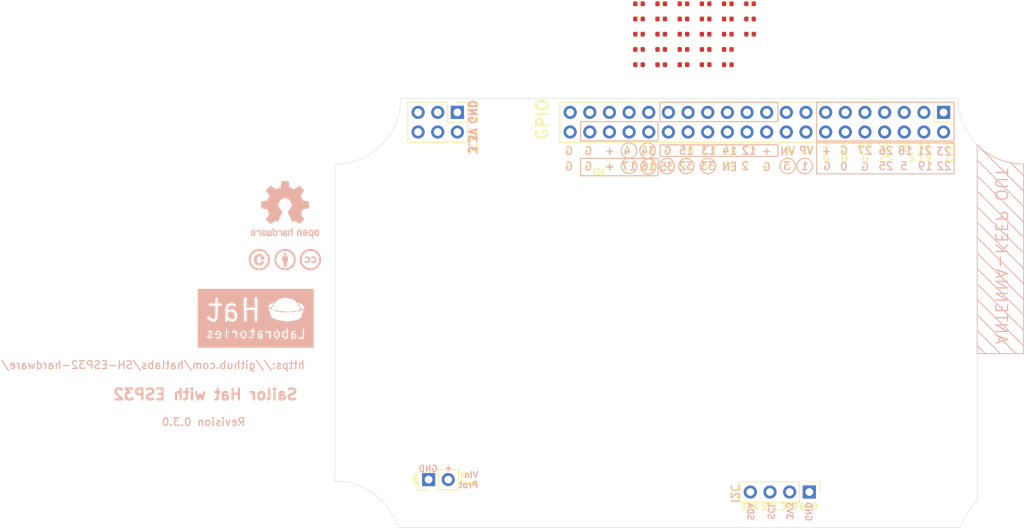
<source format=kicad_pcb>
(kicad_pcb (version 20171130) (host pcbnew "(5.1.8-0-10_14)")
  (title_block (title "Sailor Hat for ESP32") (date 2020-11-25) (rev 0.2.0) (company "Hat Laboratories") (comment 1 https://creativecommons.org/licenses/by-sa/4.0) (comment 2 "To view a copy of this license, visit ") (comment 3 "Sailor Hat for ESP32 is licensed under CC BY-SA 4.0."))
  (layers (0 F.Cu signal) (1 In1.Cu power) (2 In2.Cu power) (31 B.Cu signal) (34 B.Paste user hide) (35 F.Paste user hide) (36 B.SilkS user) (37 F.SilkS user hide) (38 B.Mask user hide) (39 F.Mask user hide) (44 Edge.Cuts user))
  (net 0 "")
  (net 1 GND)
  (net 2 +3V3)
  (module Connector_PinHeader_2.54mm:PinHeader_2x03_P2.54mm_Vertical (layer F.Cu) (at 104.82 58.8 270)
    (fp_text reference J305 hide)
    (fp_text value Power hide)
    (pad 6 thru_hole oval (at 2.54 5.08 270) (size 1.7 1.7) (drill 1) (layers *.Cu *.Mask) (net 2 +3V3))
    (pad 5 thru_hole oval (at 0 5.08 270) (size 1.7 1.7) (drill 1) (layers *.Cu *.Mask) (net 1 GND))
    (pad 4 thru_hole oval (at 2.54 2.54 270) (size 1.7 1.7) (drill 1) (layers *.Cu *.Mask) (net 2 +3V3))
    (pad 3 thru_hole oval (at 0 2.54 270) (size 1.7 1.7) (drill 1) (layers *.Cu *.Mask) (net 1 GND))
    (pad 2 thru_hole oval (at 2.54 0 270) (size 1.7 1.7) (drill 1) (layers *.Cu *.Mask) (net 2 +3V3))
    (pad 1 thru_hole rect (at 0 0 270) (size 1.7 1.7) (drill 1) (layers *.Cu *.Mask) (net 1 GND))
  )
  (module Connector_PinHeader_2.54mm:PinHeader_1x02_P2.54mm_Vertical (layer F.Cu) (at 101.1 106.3 90)
    (fp_text reference J304 hide)
    (fp_text value Conn_01x02 hide)
    (pad 2 thru_hole oval (at 0 2.54 90) (size 1.7 1.7) (drill 1) (layers *.Cu *.Mask))
    (pad 1 thru_hole rect (at 0 0 90) (size 1.7 1.7) (drill 1) (layers *.Cu *.Mask) (net 1 GND))
  )
  (module Connector_PinHeader_2.54mm:PinHeader_1x04_P2.54mm_Vertical (layer F.Cu) (at 150.3 107.91 270)
    (fp_text reference J303 hide)
    (fp_text value I2C hide)
    (pad 4 thru_hole oval (at 0 7.62 270) (size 1.7 1.7) (drill 1) (layers *.Cu *.Mask))
    (pad 3 thru_hole oval (at 0 5.08 270) (size 1.7 1.7) (drill 1) (layers *.Cu *.Mask))
    (pad 2 thru_hole oval (at 0 2.54 270) (size 1.7 1.7) (drill 1) (layers *.Cu *.Mask) (net 2 +3V3))
    (pad 1 thru_hole rect (at 0 0 270) (size 1.7 1.7) (drill 1) (layers *.Cu *.Mask) (net 1 GND))
  )
  (module Connector_PinHeader_2.54mm:PinHeader_2x20_P2.54mm_Vertical (layer F.Cu) (at 167.65 58.8 270)
    (fp_text reference J302 hide)
    (fp_text value GPIO hide)
    (pad 40 thru_hole oval (at 2.54 48.26 270) (size 1.7 1.7) (drill 1) (layers *.Cu *.Mask) (net 1 GND))
    (pad 39 thru_hole oval (at 0 48.26 270) (size 1.7 1.7) (drill 1) (layers *.Cu *.Mask) (net 1 GND))
    (pad 38 thru_hole oval (at 2.54 45.72 270) (size 1.7 1.7) (drill 1) (layers *.Cu *.Mask) (net 1 GND))
    (pad 37 thru_hole oval (at 0 45.72 270) (size 1.7 1.7) (drill 1) (layers *.Cu *.Mask) (net 1 GND))
    (pad 36 thru_hole oval (at 2.54 43.18 270) (size 1.7 1.7) (drill 1) (layers *.Cu *.Mask) (net 2 +3V3))
    (pad 35 thru_hole oval (at 0 43.18 270) (size 1.7 1.7) (drill 1) (layers *.Cu *.Mask) (net 2 +3V3))
    (pad 34 thru_hole oval (at 2.54 40.64 270) (size 1.7 1.7) (drill 1) (layers *.Cu *.Mask))
    (pad 33 thru_hole oval (at 0 40.64 270) (size 1.7 1.7) (drill 1) (layers *.Cu *.Mask))
    (pad 32 thru_hole oval (at 2.54 38.1 270) (size 1.7 1.7) (drill 1) (layers *.Cu *.Mask))
    (pad 31 thru_hole oval (at 0 38.1 270) (size 1.7 1.7) (drill 1) (layers *.Cu *.Mask))
    (pad 30 thru_hole oval (at 2.54 35.56 270) (size 1.7 1.7) (drill 1) (layers *.Cu *.Mask))
    (pad 29 thru_hole oval (at 0 35.56 270) (size 1.7 1.7) (drill 1) (layers *.Cu *.Mask) (net 1 GND))
    (pad 28 thru_hole oval (at 2.54 33.02 270) (size 1.7 1.7) (drill 1) (layers *.Cu *.Mask))
    (pad 27 thru_hole oval (at 0 33.02 270) (size 1.7 1.7) (drill 1) (layers *.Cu *.Mask))
    (pad 26 thru_hole oval (at 2.54 30.48 270) (size 1.7 1.7) (drill 1) (layers *.Cu *.Mask))
    (pad 25 thru_hole oval (at 0 30.48 270) (size 1.7 1.7) (drill 1) (layers *.Cu *.Mask))
    (pad 24 thru_hole oval (at 2.54 27.94 270) (size 1.7 1.7) (drill 1) (layers *.Cu *.Mask))
    (pad 23 thru_hole oval (at 0 27.94 270) (size 1.7 1.7) (drill 1) (layers *.Cu *.Mask))
    (pad 22 thru_hole oval (at 2.54 25.4 270) (size 1.7 1.7) (drill 1) (layers *.Cu *.Mask))
    (pad 21 thru_hole oval (at 0 25.4 270) (size 1.7 1.7) (drill 1) (layers *.Cu *.Mask))
    (pad 20 thru_hole oval (at 2.54 22.86 270) (size 1.7 1.7) (drill 1) (layers *.Cu *.Mask) (net 1 GND))
    (pad 19 thru_hole oval (at 0 22.86 270) (size 1.7 1.7) (drill 1) (layers *.Cu *.Mask) (net 2 +3V3))
    (pad 18 thru_hole oval (at 2.54 20.32 270) (size 1.7 1.7) (drill 1) (layers *.Cu *.Mask))
    (pad 17 thru_hole oval (at 0 20.32 270) (size 1.7 1.7) (drill 1) (layers *.Cu *.Mask))
    (pad 16 thru_hole oval (at 2.54 17.78 270) (size 1.7 1.7) (drill 1) (layers *.Cu *.Mask))
    (pad 15 thru_hole oval (at 0 17.78 270) (size 1.7 1.7) (drill 1) (layers *.Cu *.Mask))
    (pad 14 thru_hole oval (at 2.54 15.24 270) (size 1.7 1.7) (drill 1) (layers *.Cu *.Mask) (net 1 GND))
    (pad 13 thru_hole oval (at 0 15.24 270) (size 1.7 1.7) (drill 1) (layers *.Cu *.Mask) (net 2 +3V3))
    (pad 12 thru_hole oval (at 2.54 12.7 270) (size 1.7 1.7) (drill 1) (layers *.Cu *.Mask))
    (pad 11 thru_hole oval (at 0 12.7 270) (size 1.7 1.7) (drill 1) (layers *.Cu *.Mask) (net 1 GND))
    (pad 10 thru_hole oval (at 2.54 10.16 270) (size 1.7 1.7) (drill 1) (layers *.Cu *.Mask) (net 1 GND))
    (pad 9 thru_hole oval (at 0 10.16 270) (size 1.7 1.7) (drill 1) (layers *.Cu *.Mask))
    (pad 8 thru_hole oval (at 2.54 7.62 270) (size 1.7 1.7) (drill 1) (layers *.Cu *.Mask))
    (pad 7 thru_hole oval (at 0 7.62 270) (size 1.7 1.7) (drill 1) (layers *.Cu *.Mask))
    (pad 6 thru_hole oval (at 2.54 5.08 270) (size 1.7 1.7) (drill 1) (layers *.Cu *.Mask))
    (pad 5 thru_hole oval (at 0 5.08 270) (size 1.7 1.7) (drill 1) (layers *.Cu *.Mask))
    (pad 4 thru_hole oval (at 2.54 2.54 270) (size 1.7 1.7) (drill 1) (layers *.Cu *.Mask))
    (pad 3 thru_hole oval (at 0 2.54 270) (size 1.7 1.7) (drill 1) (layers *.Cu *.Mask))
    (pad 2 thru_hole oval (at 2.54 0 270) (size 1.7 1.7) (drill 1) (layers *.Cu *.Mask))
    (pad 1 thru_hole rect (at 0 0 270) (size 1.7 1.7) (drill 1) (layers *.Cu *.Mask))
  )
  (module Capacitor_SMD:C_0402_1005Metric (layer F.Cu) (at 142.64 46.72)
    (fp_text reference C1028 hide)
    (fp_text value 100nF hide)
    (pad 2 smd roundrect (at 0.48 0) (size 0.56 0.62) (layers F.Cu F.Paste F.Mask) (net 2 +3V3))
    (pad 1 smd roundrect (at -0.48 0) (size 0.56 0.62) (layers F.Cu F.Paste F.Mask) (net 1 GND))
  )
  (module Capacitor_SMD:C_0402_1005Metric (layer F.Cu) (at 139.77 48.69)
    (fp_text reference C1027 hide)
    (fp_text value 100nF hide)
    (pad 2 smd roundrect (at 0.48 0) (size 0.56 0.62) (layers F.Cu F.Paste F.Mask) (net 2 +3V3))
    (pad 1 smd roundrect (at -0.48 0) (size 0.56 0.62) (layers F.Cu F.Paste F.Mask) (net 1 GND))
  )
  (module Capacitor_SMD:C_0402_1005Metric (layer F.Cu) (at 136.9 50.66)
    (fp_text reference C1026 hide)
    (fp_text value 100nF hide)
    (pad 2 smd roundrect (at 0.48 0) (size 0.56 0.62) (layers F.Cu F.Paste F.Mask) (net 2 +3V3))
    (pad 1 smd roundrect (at -0.48 0) (size 0.56 0.62) (layers F.Cu F.Paste F.Mask) (net 1 GND))
  )
  (module Capacitor_SMD:C_0402_1005Metric (layer F.Cu) (at 134.03 52.63)
    (fp_text reference C1025 hide)
    (fp_text value 100nF hide)
    (pad 2 smd roundrect (at 0.48 0) (size 0.56 0.62) (layers F.Cu F.Paste F.Mask) (net 2 +3V3))
    (pad 1 smd roundrect (at -0.48 0) (size 0.56 0.62) (layers F.Cu F.Paste F.Mask) (net 1 GND))
  )
  (module Capacitor_SMD:C_0402_1005Metric (layer F.Cu) (at 142.64 44.75)
    (fp_text reference C1024 hide)
    (fp_text value 100nF hide)
    (pad 2 smd roundrect (at 0.48 0) (size 0.56 0.62) (layers F.Cu F.Paste F.Mask) (net 2 +3V3))
    (pad 1 smd roundrect (at -0.48 0) (size 0.56 0.62) (layers F.Cu F.Paste F.Mask) (net 1 GND))
  )
  (module Capacitor_SMD:C_0402_1005Metric (layer F.Cu) (at 139.77 46.72)
    (fp_text reference C1023 hide)
    (fp_text value 100nF hide)
    (pad 2 smd roundrect (at 0.48 0) (size 0.56 0.62) (layers F.Cu F.Paste F.Mask) (net 2 +3V3))
    (pad 1 smd roundrect (at -0.48 0) (size 0.56 0.62) (layers F.Cu F.Paste F.Mask) (net 1 GND))
  )
  (module Capacitor_SMD:C_0402_1005Metric (layer F.Cu) (at 136.9 48.69)
    (fp_text reference C1022 hide)
    (fp_text value 100nF hide)
    (pad 2 smd roundrect (at 0.48 0) (size 0.56 0.62) (layers F.Cu F.Paste F.Mask) (net 2 +3V3))
    (pad 1 smd roundrect (at -0.48 0) (size 0.56 0.62) (layers F.Cu F.Paste F.Mask) (net 1 GND))
  )
  (module Capacitor_SMD:C_0402_1005Metric (layer F.Cu) (at 134.03 50.66)
    (fp_text reference C1021 hide)
    (fp_text value 100nF hide)
    (pad 2 smd roundrect (at 0.48 0) (size 0.56 0.62) (layers F.Cu F.Paste F.Mask) (net 2 +3V3))
    (pad 1 smd roundrect (at -0.48 0) (size 0.56 0.62) (layers F.Cu F.Paste F.Mask) (net 1 GND))
  )
  (module Capacitor_SMD:C_0402_1005Metric (layer F.Cu) (at 131.16 52.63)
    (fp_text reference C1020 hide)
    (fp_text value 100nF hide)
    (pad 2 smd roundrect (at 0.48 0) (size 0.56 0.62) (layers F.Cu F.Paste F.Mask) (net 2 +3V3))
    (pad 1 smd roundrect (at -0.48 0) (size 0.56 0.62) (layers F.Cu F.Paste F.Mask) (net 1 GND))
  )
  (module Capacitor_SMD:C_0402_1005Metric (layer F.Cu) (at 139.77 44.75)
    (fp_text reference C1019 hide)
    (fp_text value 100nF hide)
    (pad 2 smd roundrect (at 0.48 0) (size 0.56 0.62) (layers F.Cu F.Paste F.Mask) (net 2 +3V3))
    (pad 1 smd roundrect (at -0.48 0) (size 0.56 0.62) (layers F.Cu F.Paste F.Mask) (net 1 GND))
  )
  (module Capacitor_SMD:C_0402_1005Metric (layer F.Cu) (at 136.9 46.72)
    (fp_text reference C1018 hide)
    (fp_text value 100nF hide)
    (pad 2 smd roundrect (at 0.48 0) (size 0.56 0.62) (layers F.Cu F.Paste F.Mask) (net 2 +3V3))
    (pad 1 smd roundrect (at -0.48 0) (size 0.56 0.62) (layers F.Cu F.Paste F.Mask) (net 1 GND))
  )
  (module Capacitor_SMD:C_0402_1005Metric (layer F.Cu) (at 139.77 52.63)
    (fp_text reference C1017 hide)
    (fp_text value 100nF hide)
    (pad 2 smd roundrect (at 0.48 0) (size 0.56 0.62) (layers F.Cu F.Paste F.Mask) (net 2 +3V3))
    (pad 1 smd roundrect (at -0.48 0) (size 0.56 0.62) (layers F.Cu F.Paste F.Mask) (net 1 GND))
  )
  (module Capacitor_SMD:C_0402_1005Metric (layer F.Cu) (at 131.16 50.66)
    (fp_text reference C1016 hide)
    (fp_text value 100nF hide)
    (pad 2 smd roundrect (at 0.48 0) (size 0.56 0.62) (layers F.Cu F.Paste F.Mask) (net 2 +3V3))
    (pad 1 smd roundrect (at -0.48 0) (size 0.56 0.62) (layers F.Cu F.Paste F.Mask) (net 1 GND))
  )
  (module Capacitor_SMD:C_0402_1005Metric (layer F.Cu) (at 128.29 52.63)
    (fp_text reference C1015 hide)
    (fp_text value 100nF hide)
    (pad 2 smd roundrect (at 0.48 0) (size 0.56 0.62) (layers F.Cu F.Paste F.Mask) (net 2 +3V3))
    (pad 1 smd roundrect (at -0.48 0) (size 0.56 0.62) (layers F.Cu F.Paste F.Mask) (net 1 GND))
  )
  (module Capacitor_SMD:C_0402_1005Metric (layer F.Cu) (at 136.9 44.75)
    (fp_text reference C1014 hide)
    (fp_text value 100nF hide)
    (pad 2 smd roundrect (at 0.48 0) (size 0.56 0.62) (layers F.Cu F.Paste F.Mask) (net 2 +3V3))
    (pad 1 smd roundrect (at -0.48 0) (size 0.56 0.62) (layers F.Cu F.Paste F.Mask) (net 1 GND))
  )
  (module Capacitor_SMD:C_0402_1005Metric (layer F.Cu) (at 134.03 46.72)
    (fp_text reference C1013 hide)
    (fp_text value 100nF hide)
    (pad 2 smd roundrect (at 0.48 0) (size 0.56 0.62) (layers F.Cu F.Paste F.Mask) (net 2 +3V3))
    (pad 1 smd roundrect (at -0.48 0) (size 0.56 0.62) (layers F.Cu F.Paste F.Mask) (net 1 GND))
  )
  (module Capacitor_SMD:C_0402_1005Metric (layer F.Cu) (at 131.16 48.69)
    (fp_text reference C1012 hide)
    (fp_text value 100nF hide)
    (pad 2 smd roundrect (at 0.48 0) (size 0.56 0.62) (layers F.Cu F.Paste F.Mask) (net 2 +3V3))
    (pad 1 smd roundrect (at -0.48 0) (size 0.56 0.62) (layers F.Cu F.Paste F.Mask) (net 1 GND))
  )
  (module Capacitor_SMD:C_0402_1005Metric (layer F.Cu) (at 128.29 50.66)
    (fp_text reference C1011 hide)
    (fp_text value 100nF hide)
    (pad 2 smd roundrect (at 0.48 0) (size 0.56 0.62) (layers F.Cu F.Paste F.Mask) (net 2 +3V3))
    (pad 1 smd roundrect (at -0.48 0) (size 0.56 0.62) (layers F.Cu F.Paste F.Mask) (net 1 GND))
  )
  (module Capacitor_SMD:C_0402_1005Metric (layer F.Cu) (at 134.03 44.75)
    (fp_text reference C1010 hide)
    (fp_text value 100nF hide)
    (pad 2 smd roundrect (at 0.48 0) (size 0.56 0.62) (layers F.Cu F.Paste F.Mask) (net 2 +3V3))
    (pad 1 smd roundrect (at -0.48 0) (size 0.56 0.62) (layers F.Cu F.Paste F.Mask) (net 1 GND))
  )
  (module Capacitor_SMD:C_0402_1005Metric (layer F.Cu) (at 131.16 46.72)
    (fp_text reference C1009 hide)
    (fp_text value 100nF hide)
    (pad 2 smd roundrect (at 0.48 0) (size 0.56 0.62) (layers F.Cu F.Paste F.Mask) (net 2 +3V3))
    (pad 1 smd roundrect (at -0.48 0) (size 0.56 0.62) (layers F.Cu F.Paste F.Mask) (net 1 GND))
  )
  (module Capacitor_SMD:C_0402_1005Metric (layer F.Cu) (at 128.29 48.69)
    (fp_text reference C1008 hide)
    (fp_text value 100nF hide)
    (pad 2 smd roundrect (at 0.48 0) (size 0.56 0.62) (layers F.Cu F.Paste F.Mask) (net 2 +3V3))
    (pad 1 smd roundrect (at -0.48 0) (size 0.56 0.62) (layers F.Cu F.Paste F.Mask) (net 1 GND))
  )
  (module Capacitor_SMD:C_0402_1005Metric (layer F.Cu) (at 131.16 44.75)
    (fp_text reference C1007 hide)
    (fp_text value 100nF hide)
    (pad 2 smd roundrect (at 0.48 0) (size 0.56 0.62) (layers F.Cu F.Paste F.Mask) (net 2 +3V3))
    (pad 1 smd roundrect (at -0.48 0) (size 0.56 0.62) (layers F.Cu F.Paste F.Mask) (net 1 GND))
  )
  (module Capacitor_SMD:C_0402_1005Metric (layer F.Cu) (at 128.29 46.72)
    (fp_text reference C1006 hide)
    (fp_text value 100nF hide)
    (pad 2 smd roundrect (at 0.48 0) (size 0.56 0.62) (layers F.Cu F.Paste F.Mask) (net 2 +3V3))
    (pad 1 smd roundrect (at -0.48 0) (size 0.56 0.62) (layers F.Cu F.Paste F.Mask) (net 1 GND))
  )
  (module Capacitor_SMD:C_0402_1005Metric (layer F.Cu) (at 128.29 44.75)
    (fp_text reference C1005 hide)
    (fp_text value 100nF hide)
    (pad 2 smd roundrect (at 0.48 0) (size 0.56 0.62) (layers F.Cu F.Paste F.Mask) (net 2 +3V3))
    (pad 1 smd roundrect (at -0.48 0) (size 0.56 0.62) (layers F.Cu F.Paste F.Mask) (net 1 GND))
  )
  (module Capacitor_SMD:C_0402_1005Metric (layer F.Cu) (at 136.9 52.63)
    (fp_text reference C1004 hide)
    (fp_text value 100nF hide)
    (pad 2 smd roundrect (at 0.48 0) (size 0.56 0.62) (layers F.Cu F.Paste F.Mask) (net 2 +3V3))
    (pad 1 smd roundrect (at -0.48 0) (size 0.56 0.62) (layers F.Cu F.Paste F.Mask) (net 1 GND))
  )
  (module Capacitor_SMD:C_0402_1005Metric (layer F.Cu) (at 139.77 50.66)
    (fp_text reference C1003 hide)
    (fp_text value 100nF hide)
    (pad 2 smd roundrect (at 0.48 0) (size 0.56 0.62) (layers F.Cu F.Paste F.Mask) (net 2 +3V3))
    (pad 1 smd roundrect (at -0.48 0) (size 0.56 0.62) (layers F.Cu F.Paste F.Mask) (net 1 GND))
  )
  (module Capacitor_SMD:C_0402_1005Metric (layer F.Cu) (at 142.64 48.69)
    (fp_text reference C1002 hide)
    (fp_text value 100nF hide)
    (pad 2 smd roundrect (at 0.48 0) (size 0.56 0.62) (layers F.Cu F.Paste F.Mask) (net 2 +3V3))
    (pad 1 smd roundrect (at -0.48 0) (size 0.56 0.62) (layers F.Cu F.Paste F.Mask) (net 1 GND))
  )
  (module Capacitor_SMD:C_0402_1005Metric (layer F.Cu) (at 134.03 48.69)
    (fp_text reference C1001 hide)
    (fp_text value 100nF hide)
    (pad 2 smd roundrect (at 0.48 0) (size 0.56 0.62) (layers F.Cu F.Paste F.Mask) (net 2 +3V3))
    (pad 1 smd roundrect (at -0.48 0) (size 0.56 0.62) (layers F.Cu F.Paste F.Mask) (net 1 GND))
  )
  (module SH-ESP32:MountingSlot_3.2mm_M3_Unplated (layer F.Cu) (at 156.25 108.5 135)
    (fp_text reference H1002 hide)
    (fp_text value MountingHole hide)
    (pad "" np_thru_hole oval (at 0 0 135) (size 4.8 3.2) (drill oval 4.8 3.2) (layers *.Cu *.Mask) (clearance 1.6))
  )
  (module SH-ESP32:MountingSlot_3.2mm_M3_Unplated (layer F.Cu) (at 111.75 63.5 135)
    (fp_text reference H1001 hide)
    (fp_text value MountingHole hide)
    (pad "" np_thru_hole oval (at 0 0 135) (size 4.8 3.2) (drill oval 4.8 3.2) (layers *.Cu *.Mask) (clearance 1.6))
  )
  (module SH-ESP32:Hatlabs-logo-15mm (layer B.Cu) (at 78.76 85.42 180)
    (fp_text reference G*** hide)
    (fp_text value LOGO hide)
  )
  (module Symbol:OSHW-Logo2_9.8x8mm_SilkScreen (layer B.Cu) (at 82.55 71.39 180)
    (fp_text reference REF** hide)
    (fp_text value OSHW-Logo2_9.8x8mm_SilkScreen hide)
  )
  (module SH-ESP32:cc-by-sa-10mm (layer B.Cu) (at 82.55 77.89 180)
    (fp_text reference G*** hide)
    (fp_text value LOGO hide)
  )
  (gr_line (start 169.5 112.5) (end 169.891355 112.500024) (layer Edge.Cuts) (width 0.05))
  (gr_line (start 97.5 112.5) (end 97.12 112.5) (layer Edge.Cuts) (width 0.05))
  (gr_line (start 169.5 112.5) (end 97.5 112.5) (layer Edge.Cuts) (width 0.05))
  (gr_text GND (at 99.4 106.25 90) (layer F.SilkS) (effects (font (size 0.5 0.5) (thickness 0.125))))
  (gr_text I2C (at 123.2 66.5) (layer F.SilkS) (effects (font (size 0.7 0.7) (thickness 0.16))))
  (gr_text + (at 103.65 104.8) (layer B.SilkS) (effects (font (size 0.7 0.7) (thickness 0.16))))
  (gr_text I2C (at 140.7 108.1 270) (layer B.SilkS) (effects (font (size 1 1) (thickness 0.16)) (justify mirror)))
  (gr_line (start 172 90.3) (end 172 109) (layer Edge.Cuts) (width 0.05))
  (gr_line (start 172 90.3) (end 172 63.02) (layer Edge.Cuts) (width 0.05))
  (gr_line (start 130.75 64.75) (end 120.75 64.75) (layer F.SilkS) (width 0.12))
  (gr_line (start 130.75 67) (end 130.75 64.75) (layer F.SilkS) (width 0.12))
  (gr_line (start 120.75 67) (end 130.75 67) (layer F.SilkS) (width 0.12))
  (gr_line (start 120.75 64.75) (end 120.75 67) (layer F.SilkS) (width 0.12))
  (gr_line (start 131 64.5) (end 131 63) (layer F.SilkS) (width 0.12))
  (gr_line (start 146.25 64.5) (end 131 64.5) (layer F.SilkS) (width 0.12))
  (gr_line (start 146.25 63) (end 146.25 64.5) (layer F.SilkS) (width 0.12))
  (gr_line (start 131 63) (end 146.25 63) (layer F.SilkS) (width 0.12))
  (gr_line (start 169 62.75) (end 151.25 62.75) (layer F.SilkS) (width 0.12))
  (gr_line (start 151.25 62.75) (end 151.25 66.75) (layer F.SilkS) (width 0.12))
  (gr_line (start 169 57.5) (end 151.25 57.5) (layer F.SilkS) (width 0.12))
  (gr_line (start 169 62.5) (end 169 57.5) (layer F.SilkS) (width 0.12))
  (gr_line (start 151.25 62.5) (end 169 62.5) (layer F.SilkS) (width 0.12))
  (gr_line (start 151.25 57.5) (end 151.25 62.5) (layer F.SilkS) (width 0.12))
  (gr_line (start 146.25 60) (end 131 60) (layer F.SilkS) (width 0.12))
  (gr_line (start 146.25 57.5) (end 146.25 60) (layer F.SilkS) (width 0.12))
  (gr_line (start 131 57.5) (end 146.25 57.5) (layer F.SilkS) (width 0.12))
  (gr_line (start 131 60) (end 131 57.5) (layer F.SilkS) (width 0.12))
  (gr_line (start 120.75 62.5) (end 120.75 60) (layer F.SilkS) (width 0.12))
  (gr_line (start 130.75 62.5) (end 120.75 62.5) (layer F.SilkS) (width 0.12))
  (gr_line (start 130.75 60) (end 130.75 62.5) (layer F.SilkS) (width 0.12))
  (gr_line (start 120.75 60) (end 130.75 60) (layer F.SilkS) (width 0.12))
  (gr_line (start 169 62.5) (end 151.25 62.5) (layer B.SilkS) (width 0.12))
  (gr_line (start 169 57.5) (end 169 62.5) (layer B.SilkS) (width 0.12))
  (gr_line (start 151.25 57.5) (end 169 57.5) (layer B.SilkS) (width 0.12))
  (gr_line (start 151.25 62.5) (end 151.25 57.5) (layer B.SilkS) (width 0.12))
  (gr_line (start 131 57.5) (end 131 60) (layer B.SilkS) (width 0.12))
  (gr_line (start 146.25 57.5) (end 131 57.5) (layer B.SilkS) (width 0.12))
  (gr_line (start 146.25 60) (end 146.25 57.5) (layer B.SilkS) (width 0.12))
  (gr_line (start 131 60) (end 146.25 60) (layer B.SilkS) (width 0.12))
  (gr_line (start 130.75 60) (end 120.75 60) (layer B.SilkS) (width 0.12))
  (gr_line (start 130.75 62.5) (end 130.75 60) (layer B.SilkS) (width 0.12))
  (gr_line (start 120.75 62.5) (end 130.75 62.5) (layer B.SilkS) (width 0.12))
  (gr_line (start 120.75 60) (end 120.75 62.5) (layer B.SilkS) (width 0.12))
  (gr_line (start 120.75 67) (end 120.75 64.75) (layer B.SilkS) (width 0.12))
  (gr_line (start 130.75 67) (end 120.75 67) (layer B.SilkS) (width 0.12))
  (gr_line (start 130.75 64.75) (end 130.75 67) (layer B.SilkS) (width 0.12))
  (gr_line (start 120.75 64.75) (end 130.75 64.75) (layer B.SilkS) (width 0.12))
  (gr_line (start 169 62.75) (end 151.25 62.75) (layer B.SilkS) (width 0.12))
  (gr_line (start 169 66.75) (end 169 62.75) (layer B.SilkS) (width 0.12))
  (gr_line (start 151.25 66.75) (end 169 66.75) (layer B.SilkS) (width 0.12))
  (gr_line (start 151.25 62.75) (end 151.25 66.75) (layer B.SilkS) (width 0.12))
  (gr_line (start 131 63) (end 131 64.5) (layer B.SilkS) (width 0.12))
  (gr_line (start 146.25 63) (end 131 63) (layer B.SilkS) (width 0.12))
  (gr_line (start 146.25 64.5) (end 146.25 63) (layer B.SilkS) (width 0.12))
  (gr_line (start 131 64.5) (end 146.25 64.5) (layer B.SilkS) (width 0.12))
  (gr_text G (at 157.5 65.85) (layer B.SilkS) (effects (font (size 1 1) (thickness 0.16)) (justify mirror)))
  (gr_text G (at 132 63.75) (layer B.SilkS) (effects (font (size 1 1) (thickness 0.16)) (justify mirror)))
  (gr_text G (at 154.8 63.75) (layer B.SilkS) (effects (font (size 1 1) (thickness 0.16)) (justify mirror)))
  (gr_text G (at 152.6 65.75) (layer B.SilkS) (effects (font (size 1 1) (thickness 0.16)) (justify mirror)))
  (gr_text G (at 144.8 65.85) (layer B.SilkS) (effects (font (size 1 1) (thickness 0.16)) (justify mirror)))
  (gr_text + (at 144.8 63.8) (layer B.SilkS) (effects (font (size 1 1) (thickness 0.16)) (justify mirror)))
  (gr_circle (center 127 63.75) (end 128 63.75) (layer B.SilkS) (width 0.12))
  (gr_circle (center 129.4 63.75) (end 130.4 63.75) (layer B.SilkS) (width 0.12))
  (gr_circle (center 129.5 65.85) (end 130.5 65.85) (layer B.SilkS) (width 0.12))
  (gr_circle (center 127 65.75) (end 128 65.75) (layer B.SilkS) (width 0.12))
  (gr_text + (at 124.5 65.8) (layer B.SilkS) (effects (font (size 1 1) (thickness 0.16)) (justify mirror)))
  (gr_text + (at 124.5 63.8) (layer B.SilkS) (effects (font (size 1 1) (thickness 0.16)) (justify mirror)))
  (gr_text G (at 119.25 63.8) (layer B.SilkS) (effects (font (size 1 1) (thickness 0.16)) (justify mirror)))
  (gr_text G (at 121.75 63.8) (layer B.SilkS) (effects (font (size 1 1) (thickness 0.16)) (justify mirror)))
  (gr_text + (at 152.5 63.8) (layer B.SilkS) (effects (font (size 1 1) (thickness 0.16)) (justify mirror)))
  (gr_text G (at 119.25 65.8) (layer B.SilkS) (effects (font (size 1 1) (thickness 0.16)) (justify mirror)))
  (gr_text 4 (at 126.75 63.8) (layer B.SilkS) (effects (font (size 1 1) (thickness 0.16)) (justify mirror)))
  (gr_text 34 (at 129.5 63.8) (layer B.SilkS) (effects (font (size 1 1) (thickness 0.16)) (justify mirror)))
  (gr_text 17 (at 127 65.8) (layer B.SilkS) (effects (font (size 1 1) (thickness 0.16)) (justify mirror)))
  (gr_text 16 (at 129.5 65.8) (layer B.SilkS) (effects (font (size 1 1) (thickness 0.16)) (justify mirror)))
  (gr_text G (at 121.75 65.8) (layer B.SilkS) (effects (font (size 1 1) (thickness 0.16)) (justify mirror)))
  (gr_text 0 (at 154.75 65.8) (layer B.SilkS) (effects (font (size 1 1) (thickness 0.16)) (justify mirror)))
  (gr_text G (at 132 63.75) (layer F.SilkS) (effects (font (size 1 1) (thickness 0.16))))
  (gr_text G (at 154.75 63.5) (layer F.SilkS) (effects (font (size 1 1) (thickness 0.16))))
  (gr_text + (at 152.5 63.25) (layer F.SilkS) (effects (font (size 1 1) (thickness 0.16))))
  (gr_text + (at 144.75 63.75) (layer F.SilkS) (effects (font (size 1 1) (thickness 0.16))))
  (gr_text + (at 124.5 63.75) (layer F.SilkS) (effects (font (size 1 1) (thickness 0.16))))
  (gr_text + (at 124.5 65.75) (layer F.SilkS) (effects (font (size 1 1) (thickness 0.16))))
  (gr_text G (at 119.25 65.75) (layer F.SilkS) (effects (font (size 1 1) (thickness 0.16))))
  (gr_text G (at 119.25 63.75) (layer F.SilkS) (effects (font (size 1 1) (thickness 0.16))))
  (gr_text G (at 121.75 65.75) (layer F.SilkS) (effects (font (size 1 1) (thickness 0.16))))
  (gr_text G (at 121.75 63.75) (layer F.SilkS) (effects (font (size 1 1) (thickness 0.16))))
  (gr_text G (at 157.55 64.75) (layer F.SilkS) (effects (font (size 1 1) (thickness 0.16))))
  (gr_text G (at 152.5 64.6) (layer F.SilkS) (effects (font (size 1 1) (thickness 0.16))))
  (gr_text G (at 144.75 65.75) (layer F.SilkS) (effects (font (size 1 1) (thickness 0.16))))
  (gr_text 3 (at 147.5 65.75) (layer F.SilkS) (effects (font (size 1 1) (thickness 0.16))))
  (gr_text 1 (at 149.75 65.75) (layer F.SilkS) (effects (font (size 1 1) (thickness 0.16))))
  (gr_text 0 (at 154.85 64.75) (layer F.SilkS) (effects (font (size 1 1) (thickness 0.16))))
  (gr_arc (start 178 115) (end 172 109) (angle -27.86494885) (layer Edge.Cuts) (width 0.05))
  (gr_arc (start 89 115) (end 97.12 112.5) (angle -72.88735484) (layer Edge.Cuts) (width 0.05))
  (gr_arc (start 178 57) (end 169.5 57) (angle -45.1) (layer Edge.Cuts) (width 0.05))
  (gr_arc (start 89 57) (end 89 65.5) (angle -90) (layer Edge.Cuts) (width 0.05))
  (gr_text "GND\n" (at 101.05 104.9) (layer B.SilkS) (effects (font (size 0.8 0.8) (thickness 0.16)) (justify mirror)))
  (gr_text "VIn\nProt\n" (at 107.6 106.35) (layer B.SilkS) (effects (font (size 0.8 0.8) (thickness 0.16)) (justify left mirror)))
  (gr_text GND (at 150.2 110.45 270) (layer B.SilkS) (effects (font (size 0.8 0.8) (thickness 0.16)) (justify mirror)))
  (gr_text 3V3 (at 147.75 110.35 270) (layer B.SilkS) (effects (font (size 0.8 0.8) (thickness 0.16)) (justify mirror)))
  (gr_text SDA (at 142.7 110.45 270) (layer B.SilkS) (effects (font (size 0.8 0.8) (thickness 0.16)) (justify mirror)))
  (gr_text SCL (at 145.35 110.35 270) (layer B.SilkS) (effects (font (size 0.8 0.8) (thickness 0.16)) (justify mirror)))
  (gr_arc (start 178 57) (end 172 63) (angle -45) (layer B.SilkS) (width 0.1))
  (gr_text "ANTENNA-KEEP OUT" (at 175.1 77.4 270) (layer B.SilkS) (effects (font (size 1.5 1.5) (thickness 0.16)) (justify mirror)))
  (gr_line (start 172 89) (end 173 90) (layer B.SilkS) (width 0.12))
  (gr_line (start 172 87) (end 175 90) (layer B.SilkS) (width 0.12))
  (gr_line (start 172 85) (end 177 90) (layer B.SilkS) (width 0.12))
  (gr_line (start 172 83) (end 178 89) (layer B.SilkS) (width 0.12))
  (gr_line (start 172 81) (end 178 87) (layer B.SilkS) (width 0.12))
  (gr_line (start 172 79) (end 178 85) (layer B.SilkS) (width 0.12))
  (gr_line (start 172 77) (end 178 83) (layer B.SilkS) (width 0.12))
  (gr_line (start 172 75) (end 178 81) (layer B.SilkS) (width 0.12))
  (gr_line (start 172 73) (end 178 79) (layer B.SilkS) (width 0.12))
  (gr_line (start 172 71) (end 178 77) (layer B.SilkS) (width 0.12))
  (gr_line (start 172 69) (end 178 75) (layer B.SilkS) (width 0.12))
  (gr_line (start 172 67) (end 178 73) (layer B.SilkS) (width 0.12))
  (gr_line (start 172 65) (end 178 71) (layer B.SilkS) (width 0.12))
  (gr_line (start 172 63) (end 178 69) (layer B.SilkS) (width 0.12))
  (gr_line (start 176.35 65.35) (end 178 67) (layer B.SilkS) (width 0.12))
  (gr_line (start 178 90) (end 178 65.55) (layer B.SilkS) (width 0.12))
  (gr_line (start 172 90) (end 178 90) (layer B.SilkS) (width 0.12))
  (gr_line (start 172 63) (end 172 90) (layer B.SilkS) (width 0.12))
  (gr_text "Sailor Hat with ESP32" (at 84.31 95.29) (layer B.SilkS) (effects (font (size 1.4 1.4) (thickness 0.3)) (justify left mirror)))
  (gr_text "Revision 0.3.0" (at 77.5 98.84) (layer B.SilkS) (effects (font (size 1 1) (thickness 0.16)) (justify left mirror)))
  (gr_text GND (at 106.75 58.75 270) (layer B.SilkS) (effects (font (size 1 1) (thickness 0.25)) (justify mirror)))
  (gr_text 3.3V (at 106.75 62.5 270) (layer B.SilkS) (effects (font (size 1 1) (thickness 0.25)) (justify mirror)))
  (gr_circle (center 131.9 65.75) (end 132.9 65.75) (layer B.SilkS) (width 0.12))
  (gr_circle (center 147.5 65.75) (end 148.5 65.75) (layer B.SilkS) (width 0.12))
  (gr_circle (center 149.7 65.75) (end 150.7 65.75) (layer B.SilkS) (width 0.12))
  (gr_circle (center 137.2 65.75) (end 138.2 65.75) (layer B.SilkS) (width 0.12))
  (gr_circle (center 134.4 65.75) (end 135.4 65.75) (layer B.SilkS) (width 0.12))
  (gr_text 13 (at 137.3 63.75) (layer B.SilkS) (effects (font (size 1 1) (thickness 0.16)) (justify mirror)))
  (gr_text 12 (at 142.5 63.75) (layer B.SilkS) (effects (font (size 1 1) (thickness 0.16)) (justify mirror)))
  (gr_text 14 (at 140 63.75) (layer B.SilkS) (effects (font (size 1 1) (thickness 0.16)) (justify mirror)))
  (gr_text 27 (at 157.5 63.75) (layer B.SilkS) (effects (font (size 1 1) (thickness 0.16)) (justify mirror)))
  (gr_text 26 (at 160.2 63.75) (layer B.SilkS) (effects (font (size 1 1) (thickness 0.16)) (justify mirror)))
  (gr_text 25 (at 160.2 65.75) (layer B.SilkS) (effects (font (size 1 1) (thickness 0.16)) (justify mirror)))
  (gr_text 33 (at 137.2 65.75) (layer B.SilkS) (effects (font (size 1 1) (thickness 0.16)) (justify mirror)))
  (gr_text 32 (at 134.4 65.75) (layer B.SilkS) (effects (font (size 1 1) (thickness 0.16)) (justify mirror)))
  (gr_text 35 (at 131.9 65.85) (layer B.SilkS) (effects (font (size 1 1) (thickness 0.16)) (justify mirror)))
  (gr_text VN (at 147.5 63.85) (layer B.SilkS) (effects (font (size 1 1) (thickness 0.16)) (justify mirror)))
  (gr_text VP (at 149.9 63.75) (layer B.SilkS) (effects (font (size 1 1) (thickness 0.16)) (justify mirror)))
  (gr_text EN (at 140 65.85) (layer B.SilkS) (effects (font (size 1 1) (thickness 0.16)) (justify mirror)))
  (gr_text 15 (at 134.4 63.75) (layer B.SilkS) (effects (font (size 1 1) (thickness 0.16)) (justify mirror)))
  (gr_text 2 (at 142 65.75) (layer B.SilkS) (effects (font (size 1 1) (thickness 0.16)) (justify mirror)))
  (gr_text 5 (at 162.5 65.75) (layer B.SilkS) (effects (font (size 1 1) (thickness 0.16)) (justify mirror)))
  (gr_text 18 (at 162.7 63.75) (layer B.SilkS) (effects (font (size 1 1) (thickness 0.16)) (justify mirror)))
  (gr_text 19 (at 165.3 65.75) (layer B.SilkS) (effects (font (size 1 1) (thickness 0.16)) (justify mirror)))
  (gr_text 21 (at 165.2 63.75) (layer B.SilkS) (effects (font (size 1 1) (thickness 0.16)) (justify mirror)))
  (gr_text 3 (at 147.4 65.75) (layer B.SilkS) (effects (font (size 1 1) (thickness 0.16)) (justify mirror)))
  (gr_text 1 (at 149.7 65.75) (layer B.SilkS) (effects (font (size 1 1) (thickness 0.16)) (justify mirror)))
  (gr_text 22 (at 167.7 65.75) (layer B.SilkS) (effects (font (size 1 1) (thickness 0.16)) (justify mirror)))
  (gr_text 23 (at 167.7 63.85) (layer B.SilkS) (effects (font (size 1 1) (thickness 0.16)) (justify mirror)))
  (gr_text "Vin\nProt\n" (at 105.05 106.3) (layer F.SilkS) (effects (font (size 0.7 0.7) (thickness 0.175)) (justify left)))
  (gr_circle (center 127 65.7) (end 128 65.7) (layer F.SilkS) (width 0.12))
  (gr_circle (center 149.7 65.7) (end 150.7 65.7) (layer F.SilkS) (width 0.12))
  (gr_circle (center 147.5 65.7) (end 148.5 65.7) (layer F.SilkS) (width 0.12))
  (gr_circle (center 129.5 65.7) (end 130.5 65.7) (layer F.SilkS) (width 0.12))
  (gr_circle (center 137.2 65.7) (end 138.2 65.7) (layer F.SilkS) (width 0.12))
  (gr_circle (center 129.4 63.7) (end 130.4 63.7) (layer F.SilkS) (width 0.12))
  (gr_circle (center 131.9 65.7) (end 132.9 65.7) (layer F.SilkS) (width 0.12))
  (gr_circle (center 134.4 65.7) (end 135.4 65.7) (layer F.SilkS) (width 0.12))
  (gr_circle (center 127 63.7) (end 128 63.7) (layer F.SilkS) (width 0.12))
  (gr_text https://github.com/hatlabs/SH-ESP32-hardware/ (at 65.47 91.48) (layer B.SilkS) (effects (font (size 1 1) (thickness 0.16)) (justify mirror)))
  (gr_text GPIO (at 115.8 59.7 90) (layer F.SilkS) (effects (font (size 1.5 1.5) (thickness 0.25))))
  (gr_text SCL (at 145.25 109.85) (layer F.SilkS) (effects (font (size 0.8 0.8) (thickness 0.16))))
  (gr_text SDA (at 142.6 109.85) (layer F.SilkS) (effects (font (size 0.8 0.8) (thickness 0.16))))
  (gr_text 3V3 (at 147.7 109.85) (layer F.SilkS) (effects (font (size 0.8 0.8) (thickness 0.16))))
  (gr_text GND (at 150.2 109.8) (layer F.SilkS) (effects (font (size 0.8 0.8) (thickness 0.16))))
  (gr_text I2C (at 140.7 108.15 90) (layer F.SilkS) (effects (font (size 1 1) (thickness 0.16))))
  (gr_text 23 (at 168.55 63.35) (layer F.SilkS) (effects (font (size 0.8 0.8) (thickness 0.16))))
  (gr_text 22 (at 168.55 64.65) (layer F.SilkS) (effects (font (size 0.8 0.8) (thickness 0.16))))
  (gr_text 21 (at 165.2 63.45) (layer F.SilkS) (effects (font (size 1 1) (thickness 0.16))))
  (gr_text 19 (at 165.2 64.65) (layer F.SilkS) (effects (font (size 1 1) (thickness 0.16))))
  (gr_text 18 (at 162.45 63.4) (layer F.SilkS) (effects (font (size 1 1) (thickness 0.16))))
  (gr_text 5 (at 163.5 64.65) (layer F.SilkS) (effects (font (size 1 1) (thickness 0.16))))
  (gr_text 17 (at 127 65.75) (layer F.SilkS) (effects (font (size 1 1) (thickness 0.16))))
  (gr_text 16 (at 129.5 65.75) (layer F.SilkS) (effects (font (size 1 1) (thickness 0.16))))
  (gr_text 4 (at 126.75 63.75) (layer F.SilkS) (effects (font (size 1 1) (thickness 0.16))))
  (gr_text 2 (at 142 65.75) (layer F.SilkS) (effects (font (size 1 1) (thickness 0.16))))
  (gr_text 15 (at 134.5 63.75) (layer F.SilkS) (effects (font (size 1 1) (thickness 0.16))))
  (gr_text EN (at 140 65.75) (layer F.SilkS) (effects (font (size 1 1) (thickness 0.16))))
  (gr_text VP (at 150 63.75) (layer F.SilkS) (effects (font (size 1 1) (thickness 0.16))))
  (gr_text VN (at 147.5 63.75) (layer F.SilkS) (effects (font (size 1 1) (thickness 0.16))))
  (gr_text 34 (at 129.5 63.75) (layer F.SilkS) (effects (font (size 1 1) (thickness 0.16))))
  (gr_text 35 (at 132 65.75) (layer F.SilkS) (effects (font (size 1 1) (thickness 0.16))))
  (gr_text 32 (at 134.5 65.75) (layer F.SilkS) (effects (font (size 1 1) (thickness 0.16))))
  (gr_text 33 (at 137.25 65.75) (layer F.SilkS) (effects (font (size 1 1) (thickness 0.16))))
  (gr_text 25 (at 160.1 64.7) (layer F.SilkS) (effects (font (size 1 1) (thickness 0.16))))
  (gr_text 26 (at 160.1 63.4) (layer F.SilkS) (effects (font (size 1 1) (thickness 0.16))))
  (gr_text 27 (at 157.5 63.5) (layer F.SilkS) (effects (font (size 1 1) (thickness 0.16))))
  (gr_text 14 (at 140 63.75) (layer F.SilkS) (effects (font (size 1 1) (thickness 0.16))))
  (gr_text 12 (at 142.5 63.75) (layer F.SilkS) (effects (font (size 1 1) (thickness 0.16))))
  (gr_text 13 (at 137.25 63.75) (layer F.SilkS) (effects (font (size 1 1) (thickness 0.16))))
  (gr_text 3.3V (at 107 62.5 90) (layer F.SilkS) (effects (font (size 1 1) (thickness 0.25))))
  (gr_text GND (at 107 58.75 90) (layer F.SilkS) (effects (font (size 1 1) (thickness 0.25))))
  (gr_line (start 169.5 57) (end 97.5 57) (layer Edge.Cuts) (width 0.05))
  (gr_line (start 89 65.5) (end 89 106.5) (layer Edge.Cuts) (width 0.05))
)
</source>
